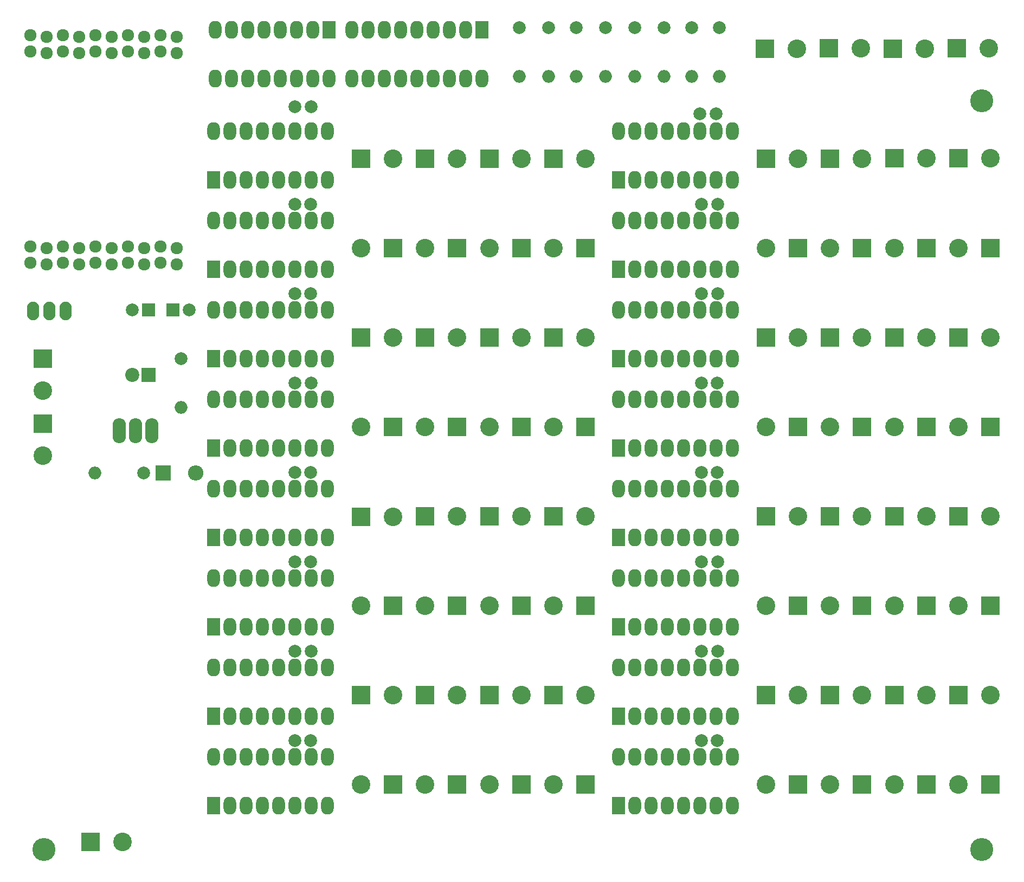
<source format=gbs>
G04 #@! TF.GenerationSoftware,KiCad,Pcbnew,no-vcs-found-08c4a0b~58~ubuntu16.04.1*
G04 #@! TF.CreationDate,2017-08-29T22:18:21+03:00*
G04 #@! TF.ProjectId,ND-03,4E442D30332E6B696361645F70636200,1*
G04 #@! TF.SameCoordinates,Original
G04 #@! TF.FileFunction,Soldermask,Bot*
G04 #@! TF.FilePolarity,Negative*
%FSLAX46Y46*%
G04 Gerber Fmt 4.6, Leading zero omitted, Abs format (unit mm)*
G04 Created by KiCad (PCBNEW no-vcs-found-08c4a0b~58~ubuntu16.04.1) date Tue Aug 29 22:18:21 2017*
%MOMM*%
%LPD*%
G01*
G04 APERTURE LIST*
%ADD10C,3.600000*%
%ADD11C,2.000000*%
%ADD12O,2.000000X2.000000*%
%ADD13R,2.400000X2.400000*%
%ADD14O,2.400000X2.400000*%
%ADD15O,2.099260X3.900120*%
%ADD16R,2.900000X2.900000*%
%ADD17C,2.900000*%
%ADD18O,2.000000X2.800000*%
%ADD19R,2.000000X2.800000*%
%ADD20O,1.901140X2.899360*%
%ADD21R,2.000000X2.000000*%
%ADD22R,2.200000X2.200000*%
%ADD23C,2.200000*%
%ADD24C,1.924000*%
G04 APERTURE END LIST*
D10*
X169000000Y-45000000D03*
X169000000Y-162000000D03*
X22500000Y-162000000D03*
D11*
X38100000Y-103124000D03*
D12*
X30480000Y-103124000D03*
D13*
X41148000Y-103124000D03*
D14*
X46228000Y-103124000D03*
D15*
X36830000Y-96520000D03*
X34290000Y-96520000D03*
X39370000Y-96520000D03*
D12*
X96774000Y-41148000D03*
D11*
X96774000Y-33528000D03*
X101346000Y-33528000D03*
D12*
X101346000Y-41148000D03*
X105664000Y-41148000D03*
D11*
X105664000Y-33528000D03*
X110236000Y-33528000D03*
D12*
X110236000Y-41148000D03*
X114808000Y-41148000D03*
D11*
X114808000Y-33528000D03*
X119380000Y-33528000D03*
D12*
X119380000Y-41148000D03*
X123698000Y-41148000D03*
D11*
X123698000Y-33528000D03*
X128016000Y-33528000D03*
D12*
X128016000Y-41148000D03*
D16*
X72047000Y-109982000D03*
D17*
X77047000Y-109982000D03*
D18*
X112226000Y-63740000D03*
X130006000Y-71360000D03*
X114766000Y-63740000D03*
X127466000Y-71360000D03*
X117306000Y-63740000D03*
X124926000Y-71360000D03*
X119846000Y-63740000D03*
X122386000Y-71360000D03*
X122386000Y-63740000D03*
X119846000Y-71360000D03*
X124926000Y-63740000D03*
X117306000Y-71360000D03*
X127466000Y-63740000D03*
X114766000Y-71360000D03*
X130006000Y-63740000D03*
D19*
X112226000Y-71360000D03*
D20*
X23326000Y-77837000D03*
X25866000Y-77837000D03*
X20786000Y-77837000D03*
D18*
X112226000Y-147560000D03*
X130006000Y-155180000D03*
X114766000Y-147560000D03*
X127466000Y-155180000D03*
X117306000Y-147560000D03*
X124926000Y-155180000D03*
X119846000Y-147560000D03*
X122386000Y-155180000D03*
X122386000Y-147560000D03*
X119846000Y-155180000D03*
X124926000Y-147560000D03*
X117306000Y-155180000D03*
X127466000Y-147560000D03*
X114766000Y-155180000D03*
X130006000Y-147560000D03*
D19*
X112226000Y-155180000D03*
X48980000Y-155180000D03*
D18*
X66760000Y-147560000D03*
X51520000Y-155180000D03*
X64220000Y-147560000D03*
X54060000Y-155180000D03*
X61680000Y-147560000D03*
X56600000Y-155180000D03*
X59140000Y-147560000D03*
X59140000Y-155180000D03*
X56600000Y-147560000D03*
X61680000Y-155180000D03*
X54060000Y-147560000D03*
X64220000Y-155180000D03*
X51520000Y-147560000D03*
X66760000Y-155180000D03*
X48980000Y-147560000D03*
X48980000Y-119620000D03*
X66760000Y-127240000D03*
X51520000Y-119620000D03*
X64220000Y-127240000D03*
X54060000Y-119620000D03*
X61680000Y-127240000D03*
X56600000Y-119620000D03*
X59140000Y-127240000D03*
X59140000Y-119620000D03*
X56600000Y-127240000D03*
X61680000Y-119620000D03*
X54060000Y-127240000D03*
X64220000Y-119620000D03*
X51520000Y-127240000D03*
X66760000Y-119620000D03*
D19*
X48980000Y-127240000D03*
X112226000Y-57390000D03*
D18*
X130006000Y-49770000D03*
X114766000Y-57390000D03*
X127466000Y-49770000D03*
X117306000Y-57390000D03*
X124926000Y-49770000D03*
X119846000Y-57390000D03*
X122386000Y-49770000D03*
X122386000Y-57390000D03*
X119846000Y-49770000D03*
X124926000Y-57390000D03*
X117306000Y-49770000D03*
X127466000Y-57390000D03*
X114766000Y-49770000D03*
X130006000Y-57390000D03*
X112226000Y-49770000D03*
X112226000Y-119620000D03*
X130006000Y-127240000D03*
X114766000Y-119620000D03*
X127466000Y-127240000D03*
X117306000Y-119620000D03*
X124926000Y-127240000D03*
X119846000Y-119620000D03*
X122386000Y-127240000D03*
X122386000Y-119620000D03*
X119846000Y-127240000D03*
X124926000Y-119620000D03*
X117306000Y-127240000D03*
X127466000Y-119620000D03*
X114766000Y-127240000D03*
X130006000Y-119620000D03*
D19*
X112226000Y-127240000D03*
X112226000Y-113270000D03*
D18*
X130006000Y-105650000D03*
X114766000Y-113270000D03*
X127466000Y-105650000D03*
X117306000Y-113270000D03*
X124926000Y-105650000D03*
X119846000Y-113270000D03*
X122386000Y-105650000D03*
X122386000Y-113270000D03*
X119846000Y-105650000D03*
X124926000Y-113270000D03*
X117306000Y-105650000D03*
X127466000Y-113270000D03*
X114766000Y-105650000D03*
X130006000Y-113270000D03*
X112226000Y-105650000D03*
X48980000Y-49770000D03*
X66760000Y-57390000D03*
X51520000Y-49770000D03*
X64220000Y-57390000D03*
X54060000Y-49770000D03*
X61680000Y-57390000D03*
X56600000Y-49770000D03*
X59140000Y-57390000D03*
X59140000Y-49770000D03*
X56600000Y-57390000D03*
X61680000Y-49770000D03*
X54060000Y-57390000D03*
X64220000Y-49770000D03*
X51520000Y-57390000D03*
X66760000Y-49770000D03*
D19*
X48980000Y-57390000D03*
X48980000Y-113270000D03*
D18*
X66760000Y-105650000D03*
X51520000Y-113270000D03*
X64220000Y-105650000D03*
X54060000Y-113270000D03*
X61680000Y-105650000D03*
X56600000Y-113270000D03*
X59140000Y-105650000D03*
X59140000Y-113270000D03*
X56600000Y-105650000D03*
X61680000Y-113270000D03*
X54060000Y-105650000D03*
X64220000Y-113270000D03*
X51520000Y-105650000D03*
X66760000Y-113270000D03*
X48980000Y-105650000D03*
D19*
X48980000Y-71360000D03*
D18*
X66760000Y-63740000D03*
X51520000Y-71360000D03*
X64220000Y-63740000D03*
X54060000Y-71360000D03*
X61680000Y-63740000D03*
X56600000Y-71360000D03*
X59140000Y-63740000D03*
X59140000Y-71360000D03*
X56600000Y-63740000D03*
X61680000Y-71360000D03*
X54060000Y-63740000D03*
X64220000Y-71360000D03*
X51520000Y-63740000D03*
X66760000Y-71360000D03*
X48980000Y-63740000D03*
X48980000Y-77710000D03*
X66760000Y-85330000D03*
X51520000Y-77710000D03*
X64220000Y-85330000D03*
X54060000Y-77710000D03*
X61680000Y-85330000D03*
X56600000Y-77710000D03*
X59140000Y-85330000D03*
X59140000Y-77710000D03*
X56600000Y-85330000D03*
X61680000Y-77710000D03*
X54060000Y-85330000D03*
X64220000Y-77710000D03*
X51520000Y-85330000D03*
X66760000Y-77710000D03*
D19*
X48980000Y-85330000D03*
X112226000Y-85330000D03*
D18*
X130006000Y-77710000D03*
X114766000Y-85330000D03*
X127466000Y-77710000D03*
X117306000Y-85330000D03*
X124926000Y-77710000D03*
X119846000Y-85330000D03*
X122386000Y-77710000D03*
X122386000Y-85330000D03*
X119846000Y-77710000D03*
X124926000Y-85330000D03*
X117306000Y-77710000D03*
X127466000Y-85330000D03*
X114766000Y-77710000D03*
X130006000Y-85330000D03*
X112226000Y-77710000D03*
X112226000Y-91680000D03*
X130006000Y-99300000D03*
X114766000Y-91680000D03*
X127466000Y-99300000D03*
X117306000Y-91680000D03*
X124926000Y-99300000D03*
X119846000Y-91680000D03*
X122386000Y-99300000D03*
X122386000Y-91680000D03*
X119846000Y-99300000D03*
X124926000Y-91680000D03*
X117306000Y-99300000D03*
X127466000Y-91680000D03*
X114766000Y-99300000D03*
X130006000Y-91680000D03*
D19*
X112226000Y-99300000D03*
X48980000Y-141210000D03*
D18*
X66760000Y-133590000D03*
X51520000Y-141210000D03*
X64220000Y-133590000D03*
X54060000Y-141210000D03*
X61680000Y-133590000D03*
X56600000Y-141210000D03*
X59140000Y-133590000D03*
X59140000Y-141210000D03*
X56600000Y-133590000D03*
X61680000Y-141210000D03*
X54060000Y-133590000D03*
X64220000Y-141210000D03*
X51520000Y-133590000D03*
X66760000Y-141210000D03*
X48980000Y-133590000D03*
X112226000Y-133590000D03*
X130006000Y-141210000D03*
X114766000Y-133590000D03*
X127466000Y-141210000D03*
X117306000Y-133590000D03*
X124926000Y-141210000D03*
X119846000Y-133590000D03*
X122386000Y-141210000D03*
X122386000Y-133590000D03*
X119846000Y-141210000D03*
X124926000Y-133590000D03*
X117306000Y-141210000D03*
X127466000Y-133590000D03*
X114766000Y-141210000D03*
X130006000Y-133590000D03*
D19*
X112226000Y-141210000D03*
X48980000Y-99300000D03*
D18*
X66760000Y-91680000D03*
X51520000Y-99300000D03*
X64220000Y-91680000D03*
X54060000Y-99300000D03*
X61680000Y-91680000D03*
X56600000Y-99300000D03*
X59140000Y-91680000D03*
X59140000Y-99300000D03*
X56600000Y-91680000D03*
X61680000Y-99300000D03*
X54060000Y-91680000D03*
X64220000Y-99300000D03*
X51520000Y-91680000D03*
X66760000Y-99300000D03*
X48980000Y-91680000D03*
D19*
X90890000Y-33895000D03*
D18*
X70570000Y-41515000D03*
X88350000Y-33895000D03*
X73110000Y-41515000D03*
X85810000Y-33895000D03*
X75650000Y-41515000D03*
X83270000Y-33895000D03*
X78190000Y-41515000D03*
X80730000Y-33895000D03*
X80730000Y-41515000D03*
X78190000Y-33895000D03*
X83270000Y-41515000D03*
X75650000Y-33895000D03*
X85810000Y-41515000D03*
X73110000Y-33895000D03*
X88350000Y-41515000D03*
X70570000Y-33895000D03*
X90890000Y-41515000D03*
D11*
X45170000Y-77710000D03*
D21*
X42670000Y-77710000D03*
X38820000Y-77710000D03*
D11*
X36320000Y-77710000D03*
X61720000Y-89140000D03*
X64220000Y-89140000D03*
X127680000Y-103110000D03*
X125180000Y-103110000D03*
X125180000Y-89140000D03*
X127680000Y-89140000D03*
X64180000Y-117080000D03*
X61680000Y-117080000D03*
X125180000Y-145020000D03*
X127680000Y-145020000D03*
X127720000Y-131050000D03*
X125220000Y-131050000D03*
X61680000Y-145020000D03*
X64180000Y-145020000D03*
X64220000Y-131050000D03*
X61720000Y-131050000D03*
X61680000Y-61200000D03*
X64180000Y-61200000D03*
X64180000Y-75170000D03*
X61680000Y-75170000D03*
X125220000Y-61200000D03*
X127720000Y-61200000D03*
X127720000Y-75170000D03*
X125220000Y-75170000D03*
X125220000Y-117080000D03*
X127720000Y-117080000D03*
X64180000Y-103110000D03*
X61680000Y-103110000D03*
X124968000Y-46990000D03*
X127468000Y-46990000D03*
X64220000Y-45960000D03*
X61720000Y-45960000D03*
D16*
X155293000Y-109968000D03*
D17*
X160293000Y-109968000D03*
X150086000Y-36816000D03*
D16*
X145086000Y-36816000D03*
X165086000Y-36816000D03*
D17*
X170086000Y-36816000D03*
X160086000Y-36830000D03*
D16*
X155086000Y-36830000D03*
X77047000Y-123938000D03*
D17*
X72047000Y-123938000D03*
X82047000Y-123938000D03*
D16*
X87047000Y-123938000D03*
X97047000Y-123938000D03*
D17*
X92047000Y-123938000D03*
X102047000Y-123938000D03*
D16*
X107047000Y-123938000D03*
X135293000Y-109968000D03*
D17*
X140293000Y-109968000D03*
X107047000Y-109968000D03*
D16*
X102047000Y-109968000D03*
X92047000Y-109968000D03*
D17*
X97047000Y-109968000D03*
X87047000Y-109968000D03*
D16*
X82047000Y-109968000D03*
D17*
X135293000Y-123938000D03*
D16*
X140293000Y-123938000D03*
X87047000Y-68058000D03*
D17*
X82047000Y-68058000D03*
X150293000Y-109968000D03*
D16*
X145293000Y-109968000D03*
X135086000Y-36830000D03*
D17*
X140086000Y-36830000D03*
X145293000Y-123938000D03*
D16*
X150293000Y-123938000D03*
X160293000Y-123938000D03*
D17*
X155293000Y-123938000D03*
X165293000Y-123938000D03*
D16*
X170293000Y-123938000D03*
X77047000Y-151878000D03*
D17*
X72047000Y-151878000D03*
X82047000Y-151878000D03*
D16*
X87047000Y-151878000D03*
X97047000Y-151878000D03*
D17*
X92047000Y-151878000D03*
X102047000Y-151878000D03*
D16*
X107047000Y-151878000D03*
X145293000Y-137908000D03*
D17*
X150293000Y-137908000D03*
X135293000Y-68058000D03*
D16*
X140293000Y-68058000D03*
X102047000Y-137908000D03*
D17*
X107047000Y-137908000D03*
X97047000Y-137908000D03*
D16*
X92047000Y-137908000D03*
X82047000Y-137908000D03*
D17*
X87047000Y-137908000D03*
X77047000Y-137908000D03*
D16*
X72047000Y-137908000D03*
X140293000Y-151878000D03*
D17*
X135293000Y-151878000D03*
X170293000Y-137908000D03*
D16*
X165293000Y-137908000D03*
X150293000Y-151878000D03*
D17*
X145293000Y-151878000D03*
X160293000Y-137908000D03*
D16*
X155293000Y-137908000D03*
X135293000Y-137908000D03*
D17*
X140293000Y-137908000D03*
X165293000Y-151878000D03*
D16*
X170293000Y-151878000D03*
X77047000Y-95998000D03*
D17*
X72047000Y-95998000D03*
X82047000Y-95998000D03*
D16*
X87047000Y-95998000D03*
X97047000Y-95998000D03*
D17*
X92047000Y-95998000D03*
X102047000Y-95998000D03*
D16*
X107047000Y-95998000D03*
X145293000Y-82028000D03*
D17*
X150293000Y-82028000D03*
X140293000Y-82028000D03*
D16*
X135293000Y-82028000D03*
X102047000Y-82028000D03*
D17*
X107047000Y-82028000D03*
X165293000Y-95998000D03*
D16*
X170293000Y-95998000D03*
X82047000Y-82028000D03*
D17*
X87047000Y-82028000D03*
X77047000Y-82028000D03*
D16*
X72047000Y-82028000D03*
X140293000Y-95998000D03*
D17*
X135293000Y-95998000D03*
X170293000Y-82028000D03*
D16*
X165293000Y-82028000D03*
X155293000Y-82028000D03*
D17*
X160293000Y-82028000D03*
X145293000Y-95998000D03*
D16*
X150293000Y-95998000D03*
X160293000Y-95998000D03*
D17*
X155293000Y-95998000D03*
X72047000Y-68058000D03*
D16*
X77047000Y-68058000D03*
X92047000Y-82028000D03*
D17*
X97047000Y-82028000D03*
X92047000Y-68058000D03*
D16*
X97047000Y-68058000D03*
X165293000Y-109968000D03*
D17*
X170293000Y-109968000D03*
X102047000Y-68058000D03*
D16*
X107047000Y-68058000D03*
X145293000Y-54088000D03*
D17*
X150293000Y-54088000D03*
X140293000Y-54088000D03*
D16*
X135293000Y-54088000D03*
X102047000Y-54088000D03*
D17*
X107047000Y-54088000D03*
X97047000Y-54088000D03*
D16*
X92047000Y-54088000D03*
X82047000Y-54088000D03*
D17*
X87047000Y-54088000D03*
X77047000Y-54088000D03*
D16*
X72047000Y-54088000D03*
X22310000Y-95490000D03*
D17*
X22310000Y-100490000D03*
X34798000Y-160782000D03*
D16*
X29798000Y-160782000D03*
X170293000Y-68058000D03*
D17*
X165293000Y-68058000D03*
X155293000Y-68058000D03*
D16*
X160293000Y-68058000D03*
X150293000Y-68058000D03*
D17*
X145293000Y-68058000D03*
X160293000Y-54000000D03*
D16*
X155293000Y-54000000D03*
X165293000Y-54000000D03*
D17*
X170293000Y-54000000D03*
X22310000Y-90330000D03*
D16*
X22310000Y-85330000D03*
X160293000Y-151878000D03*
D17*
X155293000Y-151878000D03*
D19*
X67014000Y-33895000D03*
D18*
X49234000Y-41515000D03*
X64474000Y-33895000D03*
X51774000Y-41515000D03*
X61934000Y-33895000D03*
X54314000Y-41515000D03*
X59394000Y-33895000D03*
X56854000Y-41515000D03*
X56854000Y-33895000D03*
X59394000Y-41515000D03*
X54314000Y-33895000D03*
X61934000Y-41515000D03*
X51774000Y-33895000D03*
X64474000Y-41515000D03*
X49234000Y-33895000D03*
X67014000Y-41515000D03*
D22*
X38820000Y-87870000D03*
D23*
X36280000Y-87870000D03*
D11*
X43900000Y-85330000D03*
D12*
X43900000Y-92950000D03*
D24*
X20405000Y-70344000D03*
X20405000Y-67804000D03*
X22945000Y-70598000D03*
X22945000Y-68058000D03*
X25485000Y-70344000D03*
X25485000Y-67804000D03*
X28025000Y-70598000D03*
X28025000Y-68058000D03*
X30565000Y-70344000D03*
X30565000Y-67804000D03*
X33105000Y-70598000D03*
X33105000Y-68058000D03*
X35645000Y-70344000D03*
X35645000Y-67804000D03*
X38185000Y-70598000D03*
X38185000Y-68058000D03*
X40725000Y-70344000D03*
X40725000Y-67804000D03*
X43265000Y-70598000D03*
X43265000Y-68058000D03*
X20405000Y-34784000D03*
X20405000Y-37324000D03*
X22945000Y-35038000D03*
X22945000Y-37578000D03*
X25485000Y-34784000D03*
X25485000Y-37324000D03*
X28025000Y-35038000D03*
X28025000Y-37578000D03*
X30565000Y-34784000D03*
X30565000Y-37324000D03*
X33105000Y-35038000D03*
X33105000Y-37578000D03*
X35645000Y-34784000D03*
X35645000Y-37324000D03*
X38185000Y-35038000D03*
X38185000Y-37578000D03*
X40725000Y-34784000D03*
X40725000Y-37324000D03*
X43265000Y-35038000D03*
X43265000Y-37578000D03*
M02*

</source>
